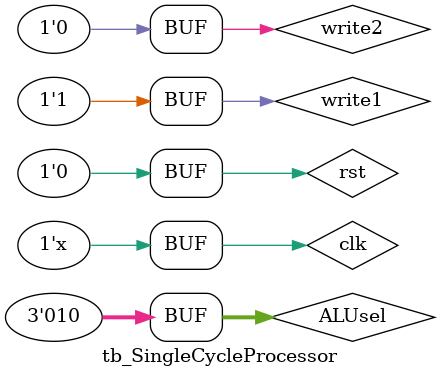
<source format=v>
`timescale 1ns / 1ps
module SingleCycleProcessor #(parameter width = 32, wordLength = 32)
			(input clk, rst, RegWrite, MemWrite,
			 input [2:0] ALUop,
			 output [width-1:0] RD1, RD2, ALUOut, ReadD, WriteMem);

	wire [$clog2(width)-1:0] pcOut, pcPlusOne;
	wire [width-1:0] instr;
	wire [width-1:0] SrcA, SrcB;
	wire [width-1:0] ALUresult;
	wire [width-1:0] ReadData, WriteData;
	
	nbitReg #(.width($clog2(width))) PC (.din(pcPlusOne), .clk(clk), .rst(rst), .dout(pcOut));
	InstructionMemory #(.width(width), .wordLength(wordLength)) iMem
		(.din(pcOut), .dout(instr));
	RegisterFile #(.width(width), .wordLength(wordLength)) rFile
		(.addr1(instr[25:21]), .addr2(instr[20:16]), .addr3(instr[20:16]), .clk(clk), .write(RegWrite), .writeValue(ReadData), .r1(SrcA), .r2(WriteData));
	DataMemory #(.width(width), .wordLength(wordLength)) dMem
		(.clk(clk), .write(MemWrite), .wIn(WriteData), .din(ALUresult[4:0]), .dout(ReadData));
	ALU #(.width(width)) ALU1 (.op1(SrcA), .op2(SrcB), .sel(ALUop), .out(ALUresult));
	SignExtend #(.in(width/2), .out(width)) SignEx (.din(instr[15:0]), .dout(SrcB)); //sign extends offset
	Increment #(.width($clog2(width))) pcInc (.din(pcOut), .dout(pcPlusOne)); //just adds one to PC
	
	assign RD1 = SrcA;
	assign RD2 = SrcB;
	assign ALUOut = ALUresult;
	assign ReadD = ReadData;
	assign WriteMem = WriteData;

endmodule

module tb_SingleCycleProcessor;
	parameter w = 32;
	parameter WL = 32;
	reg clk, rst, write1, write2;
	reg [2:0] ALUsel;
	wire [w-1:0] RD1, RD2, ALUOut, ReadD, WriteMem;
	
	SingleCycleProcessor #(.width(w), .wordLength(WL)) test1
		(.clk(clk), .rst(rst), .RegWrite(write1), .MemWrite(write2), .ALUop(ALUsel),
			.RD1(RD1), .RD2(RD2), .ALUOut(ALUOut), .ReadD(ReadD), .WriteMem(WriteMem));
			
	initial clk = 0;
	always #10 clk = ~clk;
	
	initial begin
	//$readmemb("dMem.txt", tb_SingleCycleProcessor.uut.SingleCycleProcessor.dMem.mem);
	//$readmemb("rFile.txt", tb_SingleCycleProcessor.uut.SingleCycleProcessor.rFile.rFile);
	//$readmemb("loadInst.txt", tb_SingleCycleProcessor.uut.SingleCycleProcessor.iMem.instructionMem);
	ALUsel = 3'b010; write1 = 1; write2 = 0; rst = 1;
	#11 rst = 0;
	end
endmodule

</source>
